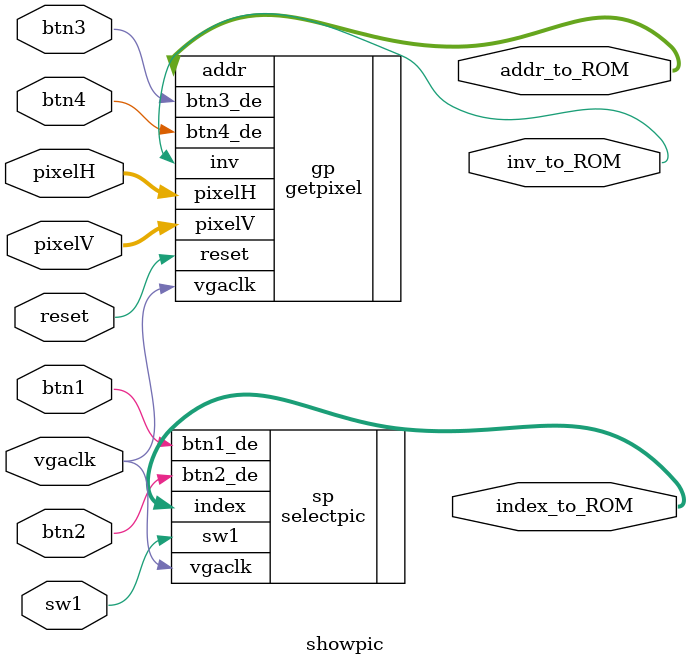
<source format=v>
/* hongbo
	the function of this module is to show a picture.
*/
module showpic(
	input wire vgaclk,
	input wire btn1,
	input wire btn2,
	input wire btn3,
	input wire btn4,
	input wire reset,
	input wire sw1,
	input wire [3:0] pixelH,
	input wire [3:0]pixelV,
	output wire inv_to_ROM,
	output wire [7:0] addr_to_ROM,
	output wire [3:0] index_to_ROM
	
);
	

	
	selectpic sp(.btn1_de(btn1), .btn2_de(btn2), .sw1(sw1), .vgaclk(vgaclk), .index(index_to_ROM));
	getpixel gp(.pixelH(pixelH), .pixelV(pixelV), .vgaclk(vgaclk), .reset(reset), .btn3_de(btn3), .btn4_de(btn4), .addr(addr_to_ROM), .inv(inv_to_ROM));
	

endmodule

</source>
